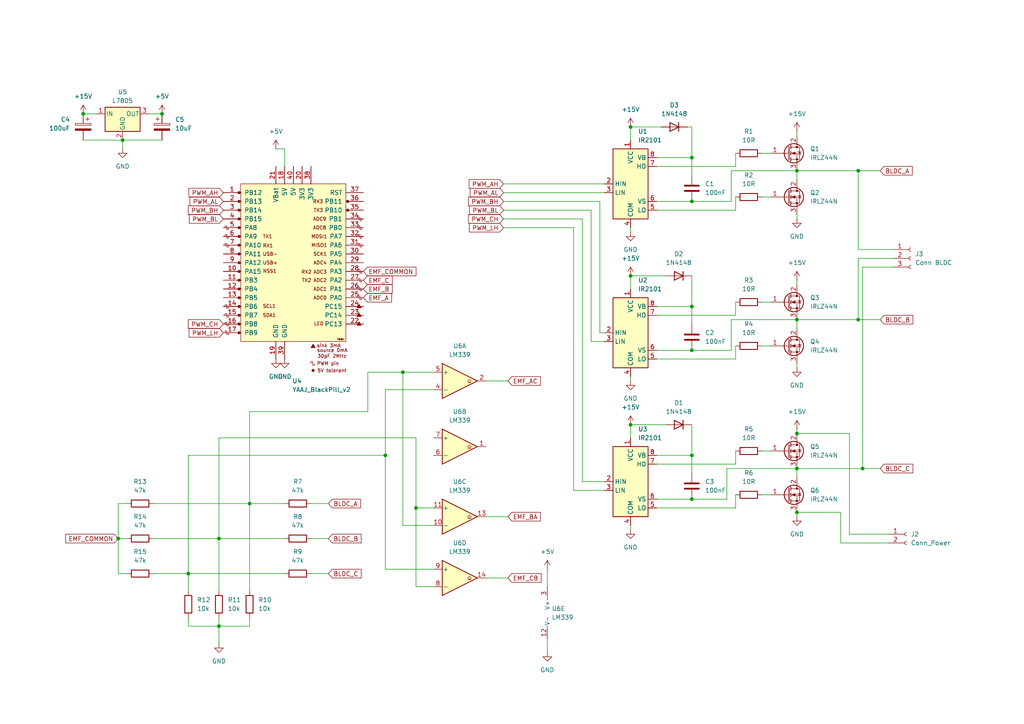
<source format=kicad_sch>
(kicad_sch (version 20250114) (generator "eeschema") (generator_version "9.0")
  (paper "A4")
  (lib_symbols
    (symbol "Comparator:LM339" (pin_names (offset 0.127))
      (property "Reference" "U" (at 0 5.08 0))
      (property "Value" "LM339" (at 0 -5.08 0))
      (symbol "LM339_1_1"
        (polyline (pts (xy -5.08 5.08) (xy 5.08 0) (xy -5.08 -5.08) (xy -5.08 5.08)) (stroke (width 0.254)) (fill (type background)))
        (polyline (pts (xy 3.302 -0.508) (xy 2.794 -0.508) (xy 3.302 0) (xy 2.794 0.508) (xy 2.286 0) (xy 2.794 -0.508) (xy 2.286 -0.508)) (stroke (width 0.127)))
        (pin input line (at -7.62 2.54 0) (length 2.54) (name "+") (number "5"))
        (pin input line (at -7.62 -2.54 0) (length 2.54) (name "-") (number "4"))
        (pin open_collector line (at 7.62 0 180) (length 2.54) (name "~") (number "2"))
      )
      (symbol "LM339_2_1"
        (polyline (pts (xy -5.08 5.08) (xy 5.08 0) (xy -5.08 -5.08) (xy -5.08 5.08)) (stroke (width 0.254)) (fill (type background)))
        (polyline (pts (xy 3.302 -0.508) (xy 2.794 -0.508) (xy 3.302 0) (xy 2.794 0.508) (xy 2.286 0) (xy 2.794 -0.508) (xy 2.286 -0.508)) (stroke (width 0.127)))
        (pin input line (at -7.62 2.54 0) (length 2.54) (name "+") (number "7"))
        (pin input line (at -7.62 -2.54 0) (length 2.54) (name "-") (number "6"))
        (pin open_collector line (at 7.62 0 180) (length 2.54) (name "~") (number "1"))
      )
      (symbol "LM339_3_1"
        (polyline (pts (xy -5.08 5.08) (xy 5.08 0) (xy -5.08 -5.08) (xy -5.08 5.08)) (stroke (width 0.254)) (fill (type background)))
        (polyline (pts (xy 3.302 -0.508) (xy 2.794 -0.508) (xy 3.302 0) (xy 2.794 0.508) (xy 2.286 0) (xy 2.794 -0.508) (xy 2.286 -0.508)) (stroke (width 0.127)))
        (pin input line (at -7.62 2.54 0) (length 2.54) (name "+") (number "11"))
        (pin input line (at -7.62 -2.54 0) (length 2.54) (name "-") (number "10"))
        (pin open_collector line (at 7.62 0 180) (length 2.54) (name "~") (number "13"))
      )
      (symbol "LM339_4_1"
        (polyline (pts (xy -5.08 5.08) (xy 5.08 0) (xy -5.08 -5.08) (xy -5.08 5.08)) (stroke (width 0.254)) (fill (type background)))
        (polyline (pts (xy 3.302 -0.508) (xy 2.794 -0.508) (xy 3.302 0) (xy 2.794 0.508) (xy 2.286 0) (xy 2.794 -0.508) (xy 2.286 -0.508)) (stroke (width 0.127)))
        (pin input line (at -7.62 2.54 0) (length 2.54) (name "+") (number "9"))
        (pin input line (at -7.62 -2.54 0) (length 2.54) (name "-") (number "8"))
        (pin open_collector line (at 7.62 0 180) (length 2.54) (name "~") (number "14"))
      )
      (symbol "LM339_5_1"
        (pin power_in line (at -2.54 7.62 270) (length 3.81) (name "V+") (number "3"))
        (pin power_in line (at -2.54 -7.62 90) (length 3.81) (name "V-") (number "12"))
      )
    )
    (symbol "Connector:Conn_01x02_Socket" (pin_names (offset 1.016) (hide yes))
      (property "Reference" "J" (at 0 2.54 0))
      (property "Value" "Conn_01x02_Socket" (at 0 -5.08 0))
      (symbol "Conn_01x02_Socket_1_1"
        (polyline (pts (xy -1.27 0) (xy -0.508 0)) (stroke (width 0.1524)))
        (polyline (pts (xy -1.27 -2.54) (xy -0.508 -2.54)) (stroke (width 0.1524)))
        (arc (start 0 -0.508) (mid -0.5058 0) (end 0 0.508) (stroke (width 0.1524)))
        (arc (start 0 -3.048) (mid -0.5058 -2.54) (end 0 -2.032) (stroke (width 0.1524)))
        (pin passive line (at -5.08 0 0) (length 3.81) (name "Pin_1") (number "1"))
        (pin passive line (at -5.08 -2.54 0) (length 3.81) (name "Pin_2") (number "2"))
      )
    )
    (symbol "Connector:Conn_01x03_Socket" (pin_names (offset 1.016) (hide yes))
      (property "Reference" "J" (at 0 5.08 0))
      (property "Value" "Conn_01x03_Socket" (at 0 -5.08 0))
      (symbol "Conn_01x03_Socket_1_1"
        (polyline (pts (xy -1.27 2.54) (xy -0.508 2.54)) (stroke (width 0.1524)))
        (polyline (pts (xy -1.27 0) (xy -0.508 0)) (stroke (width 0.1524)))
        (polyline (pts (xy -1.27 -2.54) (xy -0.508 -2.54)) (stroke (width 0.1524)))
        (arc (start 0 2.032) (mid -0.5058 2.54) (end 0 3.048) (stroke (width 0.1524)))
        (arc (start 0 -0.508) (mid -0.5058 0) (end 0 0.508) (stroke (width 0.1524)))
        (arc (start 0 -3.048) (mid -0.5058 -2.54) (end 0 -2.032) (stroke (width 0.1524)))
        (pin passive line (at -5.08 2.54 0) (length 3.81) (name "Pin_1") (number "1"))
        (pin passive line (at -5.08 0 0) (length 3.81) (name "Pin_2") (number "2"))
        (pin passive line (at -5.08 -2.54 0) (length 3.81) (name "Pin_3") (number "3"))
      )
    )
    (symbol "Device:C" (pin_numbers (hide yes)) (pin_names (offset 0.254))
      (property "Reference" "C" (at 0.635 2.54 0))
      (property "Value" "C" (at 0.635 -2.54 0))
      (symbol "C_0_1"
        (polyline (pts (xy -2.032 0.762) (xy 2.032 0.762)) (stroke (width 0.508)))
        (polyline (pts (xy -2.032 -0.762) (xy 2.032 -0.762)) (stroke (width 0.508)))
      )
      (symbol "C_1_1"
        (pin passive line (at 0 3.81 270) (length 2.794) (name "~") (number "1"))
        (pin passive line (at 0 -3.81 90) (length 2.794) (name "~") (number "2"))
      )
    )
    (symbol "Device:C_Polarized" (pin_numbers (hide yes)) (pin_names (offset 0.254))
      (property "Reference" "C" (at 0.635 2.54 0))
      (property "Value" "C_Polarized" (at 0.635 -2.54 0))
      (symbol "C_Polarized_0_1"
        (rectangle (start -2.286 0.508) (end 2.286 1.016))
        (polyline (pts (xy -1.778 2.286) (xy -0.762 2.286)))
        (polyline (pts (xy -1.27 2.794) (xy -1.27 1.778)))
        (rectangle (start 2.286 -0.508) (end -2.286 -1.016) (fill (type outline)))
      )
      (symbol "C_Polarized_1_1"
        (pin passive line (at 0 3.81 270) (length 2.794) (name "~") (number "1"))
        (pin passive line (at 0 -3.81 90) (length 2.794) (name "~") (number "2"))
      )
    )
    (symbol "Device:R" (pin_numbers (hide yes)) (pin_names (offset 0))
      (property "Reference" "R" (at 2.032 0 90))
      (property "Value" "R" (at 0 0 90))
      (symbol "R_0_1"
        (rectangle (start -1.016 -2.54) (end 1.016 2.54) (stroke (width 0.254)))
      )
      (symbol "R_1_1"
        (pin passive line (at 0 3.81 270) (length 1.27) (name "~") (number "1"))
        (pin passive line (at 0 -3.81 90) (length 1.27) (name "~") (number "2"))
      )
    )
    (symbol "Diode:1N4148" (pin_numbers (hide yes)) (pin_names (hide yes))
      (property "Reference" "D" (at 0 2.54 0))
      (property "Value" "1N4148" (at 0 -2.54 0))
      (symbol "1N4148_0_1"
        (polyline (pts (xy -1.27 1.27) (xy -1.27 -1.27)) (stroke (width 0.254)))
        (polyline (pts (xy 1.27 1.27) (xy 1.27 -1.27) (xy -1.27 0) (xy 1.27 1.27)) (stroke (width 0.254)))
        (polyline (pts (xy 1.27 0) (xy -1.27 0)))
      )
      (symbol "1N4148_1_1"
        (pin passive line (at -3.81 0 0) (length 2.54) (name "K") (number "1"))
        (pin passive line (at 3.81 0 180) (length 2.54) (name "A") (number "2"))
      )
    )
    (symbol "Driver_FET:IR2101"
      (property "Reference" "U" (at 1.27 13.335 0))
      (property "Value" "IR2101" (at 1.27 11.43 0))
      (symbol "IR2101_0_1"
        (rectangle (start -5.08 -10.16) (end 5.08 10.16) (stroke (width 0.254)) (fill (type background)))
      )
      (symbol "IR2101_1_1"
        (pin input line (at -7.62 0 0) (length 2.54) (name "HIN") (number "2"))
        (pin input line (at -7.62 -2.54 0) (length 2.54) (name "LIN") (number "3"))
        (pin power_in line (at 0 12.7 270) (length 2.54) (name "VCC") (number "1"))
        (pin power_in line (at 0 -12.7 90) (length 2.54) (name "COM") (number "4"))
        (pin passive line (at 7.62 7.62 180) (length 2.54) (name "VB") (number "8"))
        (pin output line (at 7.62 5.08 180) (length 2.54) (name "HO") (number "7"))
        (pin passive line (at 7.62 -5.08 180) (length 2.54) (name "VS") (number "6"))
        (pin output line (at 7.62 -7.62 180) (length 2.54) (name "LO") (number "5"))
      )
    )
    (symbol "Regulator_Linear:L7805" (pin_names (offset 0.254))
      (property "Reference" "U" (at -3.81 3.175 0))
      (property "Value" "L7805" (at 0 3.175 0))
      (symbol "L7805_0_1"
        (rectangle (start -5.08 1.905) (end 5.08 -5.08) (stroke (width 0.254)) (fill (type background)))
      )
      (symbol "L7805_1_1"
        (pin power_in line (at -7.62 0 0) (length 2.54) (name "IN") (number "1"))
        (pin power_in line (at 0 -7.62 90) (length 2.54) (name "GND") (number "2"))
        (pin power_out line (at 7.62 0 180) (length 2.54) (name "OUT") (number "3"))
      )
    )
    (symbol "Transistor_FET:IRLZ44N" (pin_names (hide yes))
      (property "Reference" "Q" (at 5.08 1.905 0))
      (property "Value" "IRLZ44N" (at 5.08 0 0))
      (symbol "IRLZ44N_0_1"
        (polyline (pts (xy 0.254 1.905) (xy 0.254 -1.905)) (stroke (width 0.254)))
        (polyline (pts (xy 0.254 0) (xy -2.54 0)))
        (polyline (pts (xy 0.762 2.286) (xy 0.762 1.27)) (stroke (width 0.254)))
        (polyline (pts (xy 0.762 0.508) (xy 0.762 -0.508)) (stroke (width 0.254)))
        (polyline (pts (xy 0.762 -1.27) (xy 0.762 -2.286)) (stroke (width 0.254)))
        (polyline (pts (xy 0.762 -1.778) (xy 3.302 -1.778) (xy 3.302 1.778) (xy 0.762 1.778)))
        (polyline (pts (xy 1.016 0) (xy 2.032 0.381) (xy 2.032 -0.381) (xy 1.016 0)) (fill (type outline)))
        (circle (center 1.651 0) (radius 2.794) (stroke (width 0.254)))
        (polyline (pts (xy 2.54 2.54) (xy 2.54 1.778)))
        (circle (center 2.54 1.778) (radius 0.254) (fill (type outline)))
        (circle (center 2.54 -1.778) (radius 0.254) (fill (type outline)))
        (polyline (pts (xy 2.54 -2.54) (xy 2.54 0) (xy 0.762 0)))
        (polyline (pts (xy 2.794 0.508) (xy 2.921 0.381) (xy 3.683 0.381) (xy 3.81 0.254)))
        (polyline (pts (xy 3.302 0.381) (xy 2.921 -0.254) (xy 3.683 -0.254) (xy 3.302 0.381)))
      )
      (symbol "IRLZ44N_1_1"
        (pin input line (at -5.08 0 0) (length 2.54) (name "G") (number "1"))
        (pin passive line (at 2.54 5.08 270) (length 2.54) (name "D") (number "2"))
        (pin passive line (at 2.54 -5.08 90) (length 2.54) (name "S") (number "3"))
      )
    )
    (symbol "YAAJ_BluePill:YAAJ_BlackPill_v2" (pin_names (offset 1.016))
      (property "Reference" "U" (at -13.97 24.13 0))
      (property "Value" "YAAJ_BlackPill_v2" (at 0 6.35 90))
      (symbol "YAAJ_BlackPill_v2_0_0"
        (circle (center -15.748 20.32) (radius 0.3556) (fill (type outline)))
        (circle (center -15.748 15.24) (radius 0.3556) (fill (type outline)))
        (circle (center -15.748 12.7) (radius 0.3556) (fill (type outline)))
        (circle (center -15.748 10.16) (radius 0.3556) (fill (type outline)))
        (circle (center -15.748 7.62) (radius 0.3556) (fill (type outline)))
        (circle (center -15.748 5.08) (radius 0.3556) (fill (type outline)))
        (circle (center -15.748 2.54) (radius 0.3556) (fill (type outline)))
        (circle (center -15.748 0) (radius 0.3556) (fill (type outline)))
        (circle (center -15.748 -2.54) (radius 0.3556) (fill (type outline)))
        (circle (center -15.748 -5.08) (radius 0.3556) (fill (type outline)))
        (circle (center -15.748 -7.62) (radius 0.3556) (fill (type outline)))
        (circle (center -15.748 -10.16) (radius 0.3556) (fill (type outline)))
        (circle (center -15.748 -12.7) (radius 0.3556) (fill (type outline)))
        (circle (center -15.748 -15.24) (radius 0.3556) (fill (type outline)))
        (circle (center -15.748 -17.78) (radius 0.3556) (fill (type outline)))
        (circle (center -15.748 -20.32) (radius 0.3556) (fill (type outline)))
        (polyline (pts (xy 5.08 -24.638) (xy 5.715 -23.622) (xy 6.35 -24.638) (xy 5.08 -24.638) (xy 5.715 -23.749) (xy 6.223 -24.638) (xy 5.207 -24.511) (xy 5.715 -23.876) (xy 6.096 -24.638) (xy 5.334 -24.384) (xy 5.842 -24.003) (xy 5.969 -24.638) (xy 5.461 -24.257) (xy 5.969 -24.13) (xy 5.842 -24.511) (xy 5.588 -24.257) (xy 5.842 -24.384) (xy 5.715 -24.13)))
        (circle (center 5.715 -31.242) (radius 0.127) (fill (type outline)))
        (circle (center 5.715 -31.242) (radius 0.254))
        (circle (center 5.715 -31.242) (radius 0.3556))
        (circle (center 15.748 17.78) (radius 0.254) (fill (type outline)))
        (circle (center 15.748 17.78) (radius 0.3556))
        (circle (center 15.748 15.24) (radius 0.254) (fill (type outline)))
        (circle (center 15.748 15.24) (radius 0.3556))
        (polyline (pts (xy 18.415 -13.081) (xy 19.05 -12.065) (xy 19.685 -13.081) (xy 18.415 -13.081) (xy 19.05 -12.192) (xy 19.558 -13.081) (xy 18.542 -12.954) (xy 19.05 -12.319) (xy 19.431 -13.081) (xy 18.669 -12.827) (xy 19.177 -12.446) (xy 19.304 -13.081) (xy 18.796 -12.7) (xy 19.304 -12.573) (xy 19.177 -12.954) (xy 18.923 -12.7) (xy 19.177 -12.827) (xy 19.05 -12.573)))
        (polyline (pts (xy 18.415 -15.621) (xy 19.05 -14.605) (xy 19.685 -15.621) (xy 18.415 -15.621) (xy 19.05 -14.732) (xy 19.558 -15.621) (xy 18.542 -15.494) (xy 19.05 -14.859) (xy 19.431 -15.621) (xy 18.669 -15.367) (xy 19.177 -14.986) (xy 19.304 -15.621) (xy 18.796 -15.24) (xy 19.304 -15.113) (xy 19.177 -15.494) (xy 18.923 -15.24) (xy 19.177 -15.367) (xy 19.05 -15.113)))
        (polyline (pts (xy 18.415 -18.161) (xy 19.05 -17.145) (xy 19.685 -18.161) (xy 18.415 -18.161) (xy 19.05 -17.272) (xy 19.558 -18.161) (xy 18.542 -18.034) (xy 19.05 -17.399) (xy 19.431 -18.161) (xy 18.669 -17.907) (xy 19.177 -17.526) (xy 19.304 -18.161) (xy 18.796 -17.78) (xy 19.304 -17.653) (xy 19.177 -18.034) (xy 18.923 -17.78) (xy 19.177 -17.907) (xy 19.05 -17.653)))
        (text "TX1" (at -7.493 7.62 0) (effects (font (size 0.9906 0.9906))))
        (text "RX1" (at -7.366 4.953 0) (effects (font (size 0.9906 0.9906))))
        (text "SCL1" (at -6.985 -12.573 0) (effects (font (size 0.9906 0.9906))))
        (text "SDA1" (at -6.985 -15.24 0) (effects (font (size 0.9906 0.9906))))
        (text "NSS1" (at -6.858 -2.413 0) (effects (font (size 0.9906 0.9906))))
        (text "USB-" (at -6.731 2.54 0) (effects (font (size 0.9906 0.9906))))
        (text "USB+" (at -6.731 0 0) (effects (font (size 0.9906 0.9906))))
        (text "RX2" (at 3.81 -2.667 0) (effects (font (size 0.9906 0.9906))))
        (text "TX2" (at 3.81 -5.08 0) (effects (font (size 0.9906 0.9906))))
        (text "RX3" (at 7.112 17.78 0) (effects (font (size 0.9906 0.9906))))
        (text "TX3" (at 7.239 15.24 0) (effects (font (size 0.9906 0.9906))))
        (text "LED" (at 7.366 -17.653 0) (effects (font (size 0.9906 0.9906))))
        (text "MOSI1" (at 7.493 7.62 0) (effects (font (size 0.9906 0.9906))))
        (text "MISO1" (at 7.493 5.08 0) (effects (font (size 0.9906 0.9906))))
        (text "ADC9" (at 7.62 12.7 0) (effects (font (size 0.9906 0.9906))))
        (text "ADC8" (at 7.62 10.16 0) (effects (font (size 0.9906 0.9906))))
        (text "SCK1" (at 7.747 2.54 0) (effects (font (size 0.9906 0.9906))))
        (text "ADC4" (at 7.747 0 0) (effects (font (size 0.9906 0.9906))))
        (text "ADC3" (at 7.747 -2.667 0) (effects (font (size 0.9906 0.9906))))
        (text "ADC2" (at 7.747 -5.08 0) (effects (font (size 0.9906 0.9906))))
        (text "ADC1" (at 7.747 -7.62 0) (effects (font (size 0.9906 0.9906))))
        (text "ADC0" (at 7.747 -10.16 0) (effects (font (size 0.9906 0.9906))))
        (text "PWM pin" (at 10.033 -29.21 0) (effects (font (size 0.9906 0.9906))))
        (text "sink 3mA" (at 10.287 -24.003 0) (effects (font (size 0.9906 0.9906))))
        (text "30pF 2MHz" (at 11.176 -27.051 0) (effects (font (size 0.9906 0.9906))))
        (text "5V tolerant" (at 11.176 -31.242 0) (effects (font (size 0.9906 0.9906))))
        (text "source 0mA" (at 11.303 -25.4 0) (effects (font (size 0.9906 0.9906))))
        (text "Y@@J" (at 13.6906 -22.1488 0) (effects (font (size 0.508 0.508))))
      )
      (symbol "YAAJ_BlackPill_v2_0_1"
        (polyline (pts (xy -18.796 10.16) (xy -18.796 9.652) (xy -19.304 9.652) (xy -19.304 10.668) (xy -19.812 10.668) (xy -19.812 10.16)))
        (polyline (pts (xy -18.796 7.62) (xy -18.796 7.112) (xy -19.304 7.112) (xy -19.304 8.128) (xy -19.812 8.128) (xy -19.812 7.62)))
        (polyline (pts (xy -18.796 5.08) (xy -18.796 4.572) (xy -19.304 4.572) (xy -19.304 5.588) (xy -19.812 5.588) (xy -19.812 5.08)))
        (polyline (pts (xy -18.796 -12.7) (xy -18.796 -13.208) (xy -19.304 -13.208) (xy -19.304 -12.192) (xy -19.812 -12.192) (xy -19.812 -12.7)))
        (polyline (pts (xy -18.796 -15.24) (xy -18.796 -15.748) (xy -19.304 -15.748) (xy -19.304 -14.732) (xy -19.812 -14.732) (xy -19.812 -15.24)))
        (polyline (pts (xy -18.796 -17.78) (xy -18.796 -18.288) (xy -19.304 -18.288) (xy -19.304 -17.272) (xy -19.812 -17.272) (xy -19.812 -17.78)))
        (polyline (pts (xy -18.796 -20.32) (xy -18.796 -20.828) (xy -19.304 -20.828) (xy -19.304 -19.812) (xy -19.812 -19.812) (xy -19.812 -20.32)))
        (rectangle (start -15.24 22.86) (end 15.24 -22.86) (fill (type background)))
        (polyline (pts (xy 6.096 -29.21) (xy 6.096 -29.718) (xy 5.588 -29.718) (xy 5.588 -28.702) (xy 5.08 -28.702) (xy 5.08 -29.21)))
        (polyline (pts (xy 19.812 12.7) (xy 19.812 12.192) (xy 19.304 12.192) (xy 19.304 13.208) (xy 18.796 13.208) (xy 18.796 12.7)))
        (polyline (pts (xy 19.812 10.16) (xy 19.812 9.652) (xy 19.304 9.652) (xy 19.304 10.668) (xy 18.796 10.668) (xy 18.796 10.16)))
        (polyline (pts (xy 19.812 7.62) (xy 19.812 7.112) (xy 19.304 7.112) (xy 19.304 8.128) (xy 18.796 8.128) (xy 18.796 7.62)))
        (polyline (pts (xy 19.812 5.08) (xy 19.812 4.572) (xy 19.304 4.572) (xy 19.304 5.588) (xy 18.796 5.588) (xy 18.796 5.08)))
        (polyline (pts (xy 19.812 -2.54) (xy 19.812 -3.048) (xy 19.304 -3.048) (xy 19.304 -2.032) (xy 18.796 -2.032) (xy 18.796 -2.54)))
        (polyline (pts (xy 19.812 -5.08) (xy 19.812 -5.588) (xy 19.304 -5.588) (xy 19.304 -4.572) (xy 18.796 -4.572) (xy 18.796 -5.08)))
        (polyline (pts (xy 19.812 -7.62) (xy 19.812 -8.128) (xy 19.304 -8.128) (xy 19.304 -7.112) (xy 18.796 -7.112) (xy 18.796 -7.62)))
        (polyline (pts (xy 19.812 -10.16) (xy 19.812 -10.668) (xy 19.304 -10.668) (xy 19.304 -9.652) (xy 18.796 -9.652) (xy 18.796 -10.16)))
      )
      (symbol "YAAJ_BlackPill_v2_1_1"
        (circle (center -15.748 17.78) (radius 0.3556) (fill (type outline)))
        (pin bidirectional line (at -20.32 20.32 0) (length 5.08) (name "PB12") (number "1"))
        (pin bidirectional line (at -20.32 17.78 0) (length 5.08) (name "PB13") (number "2"))
        (pin bidirectional line (at -20.32 15.24 0) (length 5.08) (name "PB14") (number "3"))
        (pin bidirectional line (at -20.32 12.7 0) (length 5.08) (name "PB15") (number "4"))
        (pin bidirectional line (at -20.32 10.16 0) (length 5.08) (name "PA8") (number "5"))
        (pin bidirectional line (at -20.32 7.62 0) (length 5.08) (name "PA9") (number "6"))
        (pin bidirectional line (at -20.32 5.08 0) (length 5.08) (name "PA10") (number "7"))
        (pin bidirectional line (at -20.32 2.54 0) (length 5.08) (name "PA11") (number "8"))
        (pin bidirectional line (at -20.32 0 0) (length 5.08) (name "PA12") (number "9"))
        (pin bidirectional line (at -20.32 -2.54 0) (length 5.08) (name "PA15") (number "10"))
        (pin bidirectional line (at -20.32 -5.08 0) (length 5.08) (name "PB3") (number "11"))
        (pin bidirectional line (at -20.32 -7.62 0) (length 5.08) (name "PB4") (number "12"))
        (pin bidirectional line (at -20.32 -10.16 0) (length 5.08) (name "PB5") (number "13"))
        (pin bidirectional line (at -20.32 -12.7 0) (length 5.08) (name "PB6") (number "14"))
        (pin bidirectional line (at -20.32 -15.24 0) (length 5.08) (name "PB7") (number "15"))
        (pin bidirectional line (at -20.32 -17.78 0) (length 5.08) (name "PB8") (number "16"))
        (pin bidirectional line (at -20.32 -20.32 0) (length 5.08) (name "PB9") (number "17"))
        (pin power_in line (at -5.08 27.94 270) (length 5.08) (name "VBat") (number "21"))
        (pin power_in line (at -5.08 -27.94 90) (length 5.08) (name "GND") (number "19"))
        (pin power_in line (at -2.54 27.94 270) (length 5.08) (name "5V") (number "18"))
        (pin power_in line (at -2.54 -27.94 90) (length 5.08) (name "GND") (number "39"))
        (pin power_in line (at 0 27.94 270) (length 5.08) (name "5V") (number "40"))
        (pin power_in line (at 2.54 27.94 270) (length 5.08) (name "3V3") (number "20"))
        (pin power_in line (at 5.08 27.94 270) (length 5.08) (name "3V3") (number "38"))
        (pin input line (at 20.32 20.32 180) (length 5.08) (name "RST") (number "37"))
        (pin bidirectional line (at 20.32 17.78 180) (length 5.08) (name "PB11") (number "36"))
        (pin bidirectional line (at 20.32 15.24 180) (length 5.08) (name "PB10") (number "35"))
        (pin bidirectional line (at 20.32 12.7 180) (length 5.08) (name "PB1") (number "34"))
        (pin bidirectional line (at 20.32 10.16 180) (length 5.08) (name "PB0") (number "33"))
        (pin bidirectional line (at 20.32 7.62 180) (length 5.08) (name "PA7") (number "32"))
        (pin bidirectional line (at 20.32 5.08 180) (length 5.08) (name "PA6") (number "31"))
        (pin bidirectional line (at 20.32 2.54 180) (length 5.08) (name "PA5") (number "30"))
        (pin bidirectional line (at 20.32 0 180) (length 5.08) (name "PA4") (number "29"))
        (pin bidirectional line (at 20.32 -2.54 180) (length 5.08) (name "PA3") (number "28"))
        (pin bidirectional line (at 20.32 -5.08 180) (length 5.08) (name "PA2") (number "27"))
        (pin bidirectional line (at 20.32 -7.62 180) (length 5.08) (name "PA1") (number "26"))
        (pin bidirectional line (at 20.32 -10.16 180) (length 5.08) (name "PA0") (number "25"))
        (pin bidirectional line (at 20.32 -12.7 180) (length 5.08) (name "PC15") (number "24"))
        (pin bidirectional line (at 20.32 -15.24 180) (length 5.08) (name "PC14") (number "23"))
        (pin bidirectional line (at 20.32 -17.78 180) (length 5.08) (name "PC13") (number "22"))
      )
    )
    (symbol "power:+15V" (power) (pin_numbers (hide yes)) (pin_names (offset 0) (hide yes))
      (property "Value" "+15V" (at 0 3.556 0))
      (symbol "+15V_0_1"
        (polyline (pts (xy -0.762 1.27) (xy 0 2.54)))
        (polyline (pts (xy 0 2.54) (xy 0.762 1.27)))
        (polyline (pts (xy 0 0) (xy 0 2.54)))
      )
      (symbol "+15V_1_1"
        (pin power_in line (at 0 0 90) (length 0) (name "~") (number "1"))
      )
    )
    (symbol "power:+5V" (power) (pin_numbers (hide yes)) (pin_names (offset 0) (hide yes))
      (property "Value" "+5V" (at 0 3.556 0))
      (symbol "+5V_0_1"
        (polyline (pts (xy -0.762 1.27) (xy 0 2.54)))
        (polyline (pts (xy 0 2.54) (xy 0.762 1.27)))
        (polyline (pts (xy 0 0) (xy 0 2.54)))
      )
      (symbol "+5V_1_1"
        (pin power_in line (at 0 0 90) (length 0) (name "~") (number "1"))
      )
    )
    (symbol "power:GND" (power) (pin_numbers (hide yes)) (pin_names (offset 0) (hide yes))
      (property "Value" "GND" (at 0 -3.81 0))
      (symbol "GND_0_1"
        (polyline (pts (xy 0 0) (xy 0 -1.27) (xy 1.27 -1.27) (xy 0 -2.54) (xy -1.27 -1.27) (xy 0 -1.27)))
      )
      (symbol "GND_1_1"
        (pin power_in line (at 0 0 270) (length 0) (name "~") (number "1"))
      )
    )
  )
  (junction (at 231.14 49.53))
  (junction (at 72.39 146.05))
  (junction (at 63.5 156.21))
  (junction (at 200.66 88.9))
  (junction (at 116.84 107.95))
  (junction (at 63.5 181.61))
  (junction (at 34.29 156.21))
  (junction (at 35.56 40.64))
  (junction (at 182.88 123.19))
  (junction (at 182.88 36.83))
  (junction (at 54.61 166.37))
  (junction (at 200.66 144.78))
  (junction (at 200.66 45.72))
  (junction (at 248.92 92.71))
  (junction (at 46.99 33.02))
  (junction (at 231.14 148.59))
  (junction (at 231.14 135.89))
  (junction (at 182.88 80.01))
  (junction (at 231.14 92.71))
  (junction (at 200.66 101.6))
  (junction (at 250.19 135.89))
  (junction (at 200.66 132.08))
  (junction (at 111.76 132.08))
  (junction (at 231.14 125.73))
  (junction (at 24.13 33.02))
  (junction (at 248.92 49.53))
  (junction (at 200.66 58.42))
  (junction (at 120.65 147.32))
  (wire (pts (xy 190.5 144.78) (xy 200.66 144.78)))
  (wire (pts (xy 200.66 132.08) (xy 200.66 137.16)))
  (wire (pts (xy 190.5 58.42) (xy 200.66 58.42)))
  (wire (pts (xy 220.98 100.33) (xy 223.52 100.33)))
  (wire (pts (xy 63.5 186.69) (xy 63.5 181.61)))
  (wire (pts (xy 220.98 87.63) (xy 223.52 87.63)))
  (wire (pts (xy 231.14 125.73) (xy 246.38 125.73)))
  (wire (pts (xy 90.17 166.37) (xy 95.25 166.37)))
  (wire (pts (xy 200.66 45.72) (xy 200.66 50.8)))
  (wire (pts (xy 35.56 40.64) (xy 46.99 40.64)))
  (wire (pts (xy 190.5 91.44) (xy 213.36 91.44)))
  (wire (pts (xy 220.98 130.81) (xy 223.52 130.81)))
  (wire (pts (xy 54.61 132.08) (xy 54.61 166.37)))
  (wire (pts (xy 182.88 80.01) (xy 182.88 83.82)))
  (wire (pts (xy 213.36 57.15) (xy 213.36 60.96)))
  (wire (pts (xy 44.45 166.37) (xy 54.61 166.37)))
  (wire (pts (xy 120.65 127) (xy 120.65 147.32)))
  (wire (pts (xy 248.92 92.71) (xy 255.27 92.71)))
  (wire (pts (xy 231.14 135.89) (xy 250.19 135.89)))
  (wire (pts (xy 72.39 146.05) (xy 72.39 171.45)))
  (wire (pts (xy 231.14 49.53) (xy 212.09 49.53)))
  (wire (pts (xy 220.98 143.51) (xy 223.52 143.51)))
  (wire (pts (xy 140.97 167.64) (xy 147.32 167.64)))
  (wire (pts (xy 140.97 149.86) (xy 147.32 149.86)))
  (wire (pts (xy 24.13 40.64) (xy 35.56 40.64)))
  (wire (pts (xy 246.38 154.94) (xy 257.81 154.94)))
  (wire (pts (xy 182.88 109.22) (xy 182.88 110.49)))
  (wire (pts (xy 63.5 181.61) (xy 72.39 181.61)))
  (wire (pts (xy 146.05 63.5) (xy 168.91 63.5)))
  (wire (pts (xy 90.17 156.21) (xy 95.25 156.21)))
  (wire (pts (xy 44.45 156.21) (xy 63.5 156.21)))
  (wire (pts (xy 190.5 134.62) (xy 213.36 134.62)))
  (wire (pts (xy 200.66 101.6) (xy 212.09 101.6)))
  (wire (pts (xy 111.76 132.08) (xy 54.61 132.08)))
  (wire (pts (xy 182.88 36.83) (xy 191.77 36.83)))
  (wire (pts (xy 111.76 132.08) (xy 111.76 113.03)))
  (wire (pts (xy 54.61 179.07) (xy 54.61 181.61)))
  (wire (pts (xy 182.88 123.19) (xy 182.88 127)))
  (wire (pts (xy 116.84 107.95) (xy 116.84 152.4)))
  (wire (pts (xy 34.29 166.37) (xy 36.83 166.37)))
  (wire (pts (xy 35.56 40.64) (xy 35.56 43.18)))
  (wire (pts (xy 231.14 124.46) (xy 231.14 125.73)))
  (wire (pts (xy 72.39 181.61) (xy 72.39 179.07)))
  (wire (pts (xy 175.26 96.52) (xy 173.99 96.52)))
  (wire (pts (xy 63.5 156.21) (xy 63.5 171.45)))
  (wire (pts (xy 158.75 165.1) (xy 158.75 170.18)))
  (wire (pts (xy 231.14 81.28) (xy 231.14 82.55)))
  (wire (pts (xy 106.68 119.38) (xy 72.39 119.38)))
  (wire (pts (xy 190.5 60.96) (xy 213.36 60.96)))
  (wire (pts (xy 250.19 77.47) (xy 259.08 77.47)))
  (wire (pts (xy 243.84 148.59) (xy 243.84 157.48)))
  (wire (pts (xy 248.92 49.53) (xy 255.27 49.53)))
  (wire (pts (xy 212.09 101.6) (xy 212.09 92.71)))
  (wire (pts (xy 54.61 166.37) (xy 82.55 166.37)))
  (wire (pts (xy 182.88 36.83) (xy 182.88 40.64)))
  (wire (pts (xy 231.14 105.41) (xy 231.14 106.68)))
  (wire (pts (xy 231.14 135.89) (xy 231.14 138.43)))
  (wire (pts (xy 168.91 63.5) (xy 168.91 139.7)))
  (wire (pts (xy 111.76 113.03) (xy 125.73 113.03)))
  (wire (pts (xy 248.92 92.71) (xy 248.92 74.93)))
  (wire (pts (xy 125.73 165.1) (xy 111.76 165.1)))
  (wire (pts (xy 106.68 107.95) (xy 106.68 119.38)))
  (wire (pts (xy 200.66 144.78) (xy 210.82 144.78)))
  (wire (pts (xy 63.5 127) (xy 120.65 127)))
  (wire (pts (xy 190.5 101.6) (xy 200.66 101.6)))
  (wire (pts (xy 182.88 80.01) (xy 193.04 80.01)))
  (wire (pts (xy 173.99 58.42) (xy 146.05 58.42)))
  (wire (pts (xy 231.14 92.71) (xy 231.14 95.25)))
  (wire (pts (xy 166.37 142.24) (xy 166.37 66.04)))
  (wire (pts (xy 182.88 123.19) (xy 193.04 123.19)))
  (wire (pts (xy 248.92 49.53) (xy 248.92 72.39)))
  (wire (pts (xy 213.36 147.32) (xy 213.36 143.51)))
  (wire (pts (xy 210.82 135.89) (xy 231.14 135.89)))
  (wire (pts (xy 116.84 152.4) (xy 125.73 152.4)))
  (wire (pts (xy 190.5 48.26) (xy 213.36 48.26)))
  (wire (pts (xy 72.39 119.38) (xy 72.39 146.05)))
  (wire (pts (xy 190.5 88.9) (xy 200.66 88.9)))
  (wire (pts (xy 168.91 139.7) (xy 175.26 139.7)))
  (wire (pts (xy 111.76 165.1) (xy 111.76 132.08)))
  (wire (pts (xy 44.45 146.05) (xy 72.39 146.05)))
  (wire (pts (xy 182.88 66.04) (xy 182.88 67.31)))
  (wire (pts (xy 80.01 43.18) (xy 82.55 43.18)))
  (wire (pts (xy 125.73 107.95) (xy 116.84 107.95)))
  (wire (pts (xy 171.45 99.06) (xy 175.26 99.06)))
  (wire (pts (xy 231.14 38.1) (xy 231.14 39.37)))
  (wire (pts (xy 116.84 107.95) (xy 106.68 107.95)))
  (wire (pts (xy 63.5 179.07) (xy 63.5 181.61)))
  (wire (pts (xy 90.17 146.05) (xy 95.25 146.05)))
  (wire (pts (xy 231.14 49.53) (xy 248.92 49.53)))
  (wire (pts (xy 54.61 166.37) (xy 54.61 171.45)))
  (wire (pts (xy 220.98 57.15) (xy 223.52 57.15)))
  (wire (pts (xy 166.37 66.04) (xy 146.05 66.04)))
  (wire (pts (xy 231.14 62.23) (xy 231.14 63.5)))
  (wire (pts (xy 248.92 72.39) (xy 259.08 72.39)))
  (wire (pts (xy 146.05 55.88) (xy 175.26 55.88)))
  (wire (pts (xy 231.14 148.59) (xy 231.14 149.86)))
  (wire (pts (xy 120.65 147.32) (xy 125.73 147.32)))
  (wire (pts (xy 213.36 104.14) (xy 190.5 104.14)))
  (wire (pts (xy 82.55 43.18) (xy 82.55 48.26)))
  (wire (pts (xy 120.65 170.18) (xy 125.73 170.18)))
  (wire (pts (xy 212.09 92.71) (xy 231.14 92.71)))
  (wire (pts (xy 213.36 104.14) (xy 213.36 100.33)))
  (wire (pts (xy 175.26 142.24) (xy 166.37 142.24)))
  (wire (pts (xy 36.83 146.05) (xy 34.29 146.05)))
  (wire (pts (xy 200.66 80.01) (xy 200.66 88.9)))
  (wire (pts (xy 200.66 36.83) (xy 200.66 45.72)))
  (wire (pts (xy 213.36 130.81) (xy 213.36 134.62)))
  (wire (pts (xy 199.39 36.83) (xy 200.66 36.83)))
  (wire (pts (xy 231.14 92.71) (xy 248.92 92.71)))
  (wire (pts (xy 120.65 147.32) (xy 120.65 170.18)))
  (wire (pts (xy 190.5 132.08) (xy 200.66 132.08)))
  (wire (pts (xy 250.19 135.89) (xy 255.27 135.89)))
  (wire (pts (xy 146.05 53.34) (xy 175.26 53.34)))
  (wire (pts (xy 171.45 60.96) (xy 171.45 99.06)))
  (wire (pts (xy 190.5 147.32) (xy 213.36 147.32)))
  (wire (pts (xy 246.38 125.73) (xy 246.38 154.94)))
  (wire (pts (xy 43.18 33.02) (xy 46.99 33.02)))
  (wire (pts (xy 231.14 148.59) (xy 243.84 148.59)))
  (wire (pts (xy 146.05 60.96) (xy 171.45 60.96)))
  (wire (pts (xy 63.5 156.21) (xy 63.5 127)))
  (wire (pts (xy 34.29 146.05) (xy 34.29 156.21)))
  (wire (pts (xy 200.66 58.42) (xy 212.09 58.42)))
  (wire (pts (xy 231.14 49.53) (xy 231.14 52.07)))
  (wire (pts (xy 212.09 49.53) (xy 212.09 58.42)))
  (wire (pts (xy 243.84 157.48) (xy 257.81 157.48)))
  (wire (pts (xy 158.75 185.42) (xy 158.75 189.23)))
  (wire (pts (xy 140.97 110.49) (xy 147.32 110.49)))
  (wire (pts (xy 190.5 45.72) (xy 200.66 45.72)))
  (wire (pts (xy 220.98 44.45) (xy 223.52 44.45)))
  (wire (pts (xy 213.36 91.44) (xy 213.36 87.63)))
  (wire (pts (xy 200.66 123.19) (xy 200.66 132.08)))
  (wire (pts (xy 63.5 156.21) (xy 82.55 156.21)))
  (wire (pts (xy 210.82 144.78) (xy 210.82 135.89)))
  (wire (pts (xy 34.29 156.21) (xy 36.83 156.21)))
  (wire (pts (xy 72.39 146.05) (xy 82.55 146.05)))
  (wire (pts (xy 173.99 96.52) (xy 173.99 58.42)))
  (wire (pts (xy 250.19 135.89) (xy 250.19 77.47)))
  (wire (pts (xy 182.88 152.4) (xy 182.88 153.67)))
  (wire (pts (xy 213.36 44.45) (xy 213.36 48.26)))
  (wire (pts (xy 34.29 156.21) (xy 34.29 166.37)))
  (wire (pts (xy 54.61 181.61) (xy 63.5 181.61)))
  (wire (pts (xy 24.13 33.02) (xy 27.94 33.02)))
  (wire (pts (xy 248.92 74.93) (xy 259.08 74.93)))
  (wire (pts (xy 200.66 88.9) (xy 200.66 93.98)))
  (global_label "EMF_COMMON" (shape input) (at 105.41 78.74 0) (property "Intersheetrefs" "${INTERSHEET_REFS}" (effects (hide yes))))
  (global_label "PWM_AH" (shape input) (at 64.77 55.88 180) (property "Intersheetrefs" "${INTERSHEET_REFS}" (effects (hide yes))))
  (global_label "BLDC_C" (shape input) (at 255.27 135.89 0) (property "Intersheetrefs" "${INTERSHEET_REFS}" (effects (hide yes))))
  (global_label "PWM_CH" (shape input) (at 146.05 63.5 180) (property "Intersheetrefs" "${INTERSHEET_REFS}" (effects (hide yes))))
  (global_label "EMF_C" (shape input) (at 105.41 81.28 0) (property "Intersheetrefs" "${INTERSHEET_REFS}" (effects (hide yes))))
  (global_label "BLDC_C" (shape input) (at 95.25 166.37 0) (property "Intersheetrefs" "${INTERSHEET_REFS}" (effects (hide yes))))
  (global_label "PWM_BH" (shape input) (at 146.05 58.42 180) (property "Intersheetrefs" "${INTERSHEET_REFS}" (effects (hide yes))))
  (global_label "PWM_AL" (shape input) (at 146.05 55.88 180) (property "Intersheetrefs" "${INTERSHEET_REFS}" (effects (hide yes))))
  (global_label "BLDC_B" (shape input) (at 255.27 92.71 0) (property "Intersheetrefs" "${INTERSHEET_REFS}" (effects (hide yes))))
  (global_label "PWM_AH" (shape input) (at 146.05 53.34 180) (property "Intersheetrefs" "${INTERSHEET_REFS}" (effects (hide yes))))
  (global_label "BLDC_A" (shape input) (at 255.27 49.53 0) (property "Intersheetrefs" "${INTERSHEET_REFS}" (effects (hide yes))))
  (global_label "EMF_AC" (shape input) (at 147.32 110.49 0) (property "Intersheetrefs" "${INTERSHEET_REFS}" (effects (hide yes))))
  (global_label "PWM_LH" (shape input) (at 146.05 66.04 180) (property "Intersheetrefs" "${INTERSHEET_REFS}" (effects (hide yes))))
  (global_label "PWM_CH" (shape input) (at 64.77 93.98 180) (property "Intersheetrefs" "${INTERSHEET_REFS}" (effects (hide yes))))
  (global_label "EMF_COMMON" (shape input) (at 34.29 156.21 180) (property "Intersheetrefs" "${INTERSHEET_REFS}" (effects (hide yes))))
  (global_label "PWM_BL" (shape input) (at 146.05 60.96 180) (property "Intersheetrefs" "${INTERSHEET_REFS}" (effects (hide yes))))
  (global_label "EMF_B" (shape input) (at 105.41 83.82 0) (property "Intersheetrefs" "${INTERSHEET_REFS}" (effects (hide yes))))
  (global_label "EMF_BA" (shape input) (at 147.32 149.86 0) (property "Intersheetrefs" "${INTERSHEET_REFS}" (effects (hide yes))))
  (global_label "PWM_LH" (shape input) (at 64.77 96.52 180) (property "Intersheetrefs" "${INTERSHEET_REFS}" (effects (hide yes))))
  (global_label "BLDC_B" (shape input) (at 95.25 156.21 0) (property "Intersheetrefs" "${INTERSHEET_REFS}" (effects (hide yes))))
  (global_label "PWM_BH" (shape input) (at 64.77 60.96 180) (property "Intersheetrefs" "${INTERSHEET_REFS}" (effects (hide yes))))
  (global_label "EMF_A" (shape input) (at 105.41 86.36 0) (property "Intersheetrefs" "${INTERSHEET_REFS}" (effects (hide yes))))
  (global_label "PWM_AL" (shape input) (at 64.77 58.42 180) (property "Intersheetrefs" "${INTERSHEET_REFS}" (effects (hide yes))))
  (global_label "BLDC_A" (shape input) (at 95.25 146.05 0) (property "Intersheetrefs" "${INTERSHEET_REFS}" (effects (hide yes))))
  (global_label "PWM_BL" (shape input) (at 64.77 63.5 180) (property "Intersheetrefs" "${INTERSHEET_REFS}" (effects (hide yes))))
  (global_label "EMF_CB" (shape input) (at 147.32 167.64 0) (property "Intersheetrefs" "${INTERSHEET_REFS}" (effects (hide yes))))
  (symbol (lib_id "Transistor_FET:IRLZ44N") (at 228.6 130.81 0) (unit 1)
    (property "Reference" "Q5" (at 234.95 129.5399 0) (effects (justify left)))
    (property "Value" "IRLZ44N" (at 234.95 132.0799 0) (effects (justify left)))
    (property "Footprint" "Package_TO_SOT_THT:TO-220-3_Vertical" (effects (hide yes)))
    (property "Datasheet" "http://www.irf.com/product-info/datasheets/data/irlz44n.pdf" (effects (hide yes)))
    (property "Description" "47A Id, 55V Vds, 22mOhm Rds Single N-Channel HEXFET Power MOSFET, TO-220AB" (effects (hide yes)))
  )
  (symbol (lib_id "Device:R") (at 217.17 44.45 90) (unit 1)
    (property "Reference" "R1" (at 217.17 38.1 90))
    (property "Value" "10R" (at 217.17 40.64 90))
    (property "Footprint" "Resistor_THT:R_Axial_DIN0204_L3.6mm_D1.6mm_P5.08mm_Horizontal" (effects (hide yes)))
    (property "Description" "Resistor" (effects (hide yes)))
  )
  (symbol (lib_id "Device:R") (at 72.39 175.26 0) (unit 1)
    (property "Reference" "R10" (at 74.93 173.9899 0) (effects (justify left)))
    (property "Value" "10k" (at 74.93 176.5299 0) (effects (justify left)))
    (property "Footprint" "Resistor_THT:R_Axial_DIN0204_L3.6mm_D1.6mm_P5.08mm_Horizontal" (effects (hide yes)))
    (property "Description" "Resistor" (effects (hide yes)))
  )
  (symbol (lib_id "Device:R") (at 217.17 143.51 90) (unit 1)
    (property "Reference" "R6" (at 217.17 137.16 90))
    (property "Value" "10R" (at 217.17 139.7 90))
    (property "Footprint" "Resistor_THT:R_Axial_DIN0204_L3.6mm_D1.6mm_P5.08mm_Horizontal" (effects (hide yes)))
    (property "Description" "Resistor" (effects (hide yes)))
  )
  (symbol (lib_id "Transistor_FET:IRLZ44N") (at 228.6 87.63 0) (unit 1)
    (property "Reference" "Q3" (at 234.95 86.3599 0) (effects (justify left)))
    (property "Value" "IRLZ44N" (at 234.95 88.8999 0) (effects (justify left)))
    (property "Footprint" "Package_TO_SOT_THT:TO-220-3_Vertical" (effects (hide yes)))
    (property "Datasheet" "http://www.irf.com/product-info/datasheets/data/irlz44n.pdf" (effects (hide yes)))
    (property "Description" "47A Id, 55V Vds, 22mOhm Rds Single N-Channel HEXFET Power MOSFET, TO-220AB" (effects (hide yes)))
  )
  (symbol (lib_id "power:+5V") (at 158.75 165.1 0) (unit 1)
    (property "Reference" "#PWR017" (effects (hide yes)))
    (property "Value" "+5V" (at 158.75 160.02 0))
    (property "Description" "Power symbol creates a global label with name \"+5V\"" (effects (hide yes)))
  )
  (symbol (lib_id "power:GND") (at 231.14 149.86 0) (unit 1)
    (property "Reference" "#PWR09" (effects (hide yes)))
    (property "Value" "GND" (at 231.14 154.94 0))
    (property "Description" "Power symbol creates a global label with name \"GND\" , ground" (effects (hide yes)))
  )
  (symbol (lib_id "Diode:1N4148") (at 196.85 123.19 180) (unit 1)
    (property "Reference" "D1" (at 196.85 116.84 0))
    (property "Value" "1N4148" (at 196.85 119.38 0))
    (property "Footprint" "Diode_THT:D_DO-35_SOD27_P7.62mm_Horizontal" (effects (hide yes)))
    (property "Datasheet" "https://assets.nexperia.com/documents/data-sheet/1N4148_1N4448.pdf" (effects (hide yes)))
    (property "Description" "100V 0.15A standard switching diode, DO-35" (effects (hide yes)))
    (property "Sim.Device" "D" (effects (hide yes)))
    (property "Sim.Pins" "1=K 2=A" (effects (hide yes)))
  )
  (symbol (lib_id "power:GND") (at 231.14 106.68 0) (unit 1)
    (property "Reference" "#PWR011" (effects (hide yes)))
    (property "Value" "GND" (at 231.14 111.76 0))
    (property "Description" "Power symbol creates a global label with name \"GND\" , ground" (effects (hide yes)))
  )
  (symbol (lib_id "power:GND") (at 182.88 67.31 0) (unit 1)
    (property "Reference" "#PWR05" (effects (hide yes)))
    (property "Value" "GND" (at 182.88 72.39 0))
    (property "Description" "Power symbol creates a global label with name \"GND\" , ground" (effects (hide yes)))
  )
  (symbol (lib_id "Device:R") (at 86.36 166.37 90) (unit 1)
    (property "Reference" "R9" (at 86.36 160.02 90))
    (property "Value" "47k" (at 86.36 162.56 90))
    (property "Footprint" "Resistor_THT:R_Axial_DIN0204_L3.6mm_D1.6mm_P5.08mm_Horizontal" (effects (hide yes)))
    (property "Description" "Resistor" (effects (hide yes)))
  )
  (symbol (lib_id "power:+15V") (at 182.88 36.83 0) (unit 1)
    (property "Reference" "#PWR01" (effects (hide yes)))
    (property "Value" "+15V" (at 182.88 31.75 0))
    (property "Description" "Power symbol creates a global label with name \"+15V\"" (effects (hide yes)))
  )
  (symbol (lib_id "power:GND") (at 158.75 189.23 0) (unit 1)
    (property "Reference" "#PWR021" (effects (hide yes)))
    (property "Value" "GND" (at 158.75 194.31 0))
    (property "Description" "Power symbol creates a global label with name \"GND\" , ground" (effects (hide yes)))
  )
  (symbol (lib_id "Device:R") (at 40.64 156.21 90) (unit 1)
    (property "Reference" "R14" (at 40.64 149.86 90))
    (property "Value" "47k" (at 40.64 152.4 90))
    (property "Footprint" "Resistor_THT:R_Axial_DIN0204_L3.6mm_D1.6mm_P5.08mm_Horizontal" (effects (hide yes)))
    (property "Description" "Resistor" (effects (hide yes)))
  )
  (symbol (lib_id "Device:C") (at 200.66 140.97 0) (unit 1)
    (property "Reference" "C3" (at 204.47 139.6999 0) (effects (justify left)))
    (property "Value" "100nF" (at 204.47 142.2399 0) (effects (justify left)))
    (property "Footprint" "Capacitor_THT:C_Axial_L3.8mm_D2.6mm_P7.50mm_Horizontal" (effects (hide yes)))
    (property "Description" "Unpolarized capacitor" (effects (hide yes)))
  )
  (symbol (lib_id "Regulator_Linear:L7805") (at 35.56 33.02 0) (unit 1)
    (property "Reference" "U5" (at 35.56 26.67 0))
    (property "Value" "L7805" (at 35.56 29.21 0))
    (property "Footprint" "Package_TO_SOT_THT:TO-220-3_Vertical" (effects (hide yes)))
    (property "Datasheet" "http://www.st.com/content/ccc/resource/technical/document/datasheet/41/4f/b3/b0/12/d4/47/88/CD00000444.pdf/files/CD00000444.pdf/jcr:content/translations/en.CD00000444.pdf" (effects (hide yes)))
    (property "Description" "Positive 1.5A 35V Linear Regulator, Fixed Output 5V, TO-220/TO-263/TO-252" (effects (hide yes)))
  )
  (symbol (lib_id "power:+15V") (at 231.14 38.1 0) (unit 1)
    (property "Reference" "#PWR06" (effects (hide yes)))
    (property "Value" "+15V" (at 231.14 33.02 0))
    (property "Description" "Power symbol creates a global label with name \"+15V\"" (effects (hide yes)))
  )
  (symbol (lib_id "Device:C_Polarized") (at 46.99 36.83 0) (unit 1)
    (property "Reference" "C5" (at 50.8 34.6709 0) (effects (justify left)))
    (property "Value" "10uF" (at 50.8 37.2109 0) (effects (justify left)))
    (property "Footprint" "Capacitor_THT:CP_Radial_D6.3mm_P2.50mm" (effects (hide yes)))
    (property "Description" "Polarized capacitor" (effects (hide yes)))
  )
  (symbol (lib_id "Transistor_FET:IRLZ44N") (at 228.6 100.33 0) (unit 1)
    (property "Reference" "Q4" (at 234.95 99.0599 0) (effects (justify left)))
    (property "Value" "IRLZ44N" (at 234.95 101.5999 0) (effects (justify left)))
    (property "Footprint" "Package_TO_SOT_THT:TO-220-3_Vertical" (effects (hide yes)))
    (property "Datasheet" "http://www.irf.com/product-info/datasheets/data/irlz44n.pdf" (effects (hide yes)))
    (property "Description" "47A Id, 55V Vds, 22mOhm Rds Single N-Channel HEXFET Power MOSFET, TO-220AB" (effects (hide yes)))
  )
  (symbol (lib_id "Device:R") (at 217.17 130.81 90) (unit 1)
    (property "Reference" "R5" (at 217.17 124.46 90))
    (property "Value" "10R" (at 217.17 127 90))
    (property "Footprint" "Resistor_THT:R_Axial_DIN0204_L3.6mm_D1.6mm_P5.08mm_Horizontal" (effects (hide yes)))
    (property "Description" "Resistor" (effects (hide yes)))
  )
  (symbol (lib_id "power:GND") (at 182.88 110.49 0) (unit 1)
    (property "Reference" "#PWR04" (effects (hide yes)))
    (property "Value" "GND" (at 182.88 115.57 0))
    (property "Description" "Power symbol creates a global label with name \"GND\" , ground" (effects (hide yes)))
  )
  (symbol (lib_id "Diode:1N4148") (at 195.58 36.83 180) (unit 1)
    (property "Reference" "D3" (at 195.58 30.48 0))
    (property "Value" "1N4148" (at 195.58 33.02 0))
    (property "Footprint" "Diode_THT:D_DO-35_SOD27_P7.62mm_Horizontal" (effects (hide yes)))
    (property "Datasheet" "https://assets.nexperia.com/documents/data-sheet/1N4148_1N4448.pdf" (effects (hide yes)))
    (property "Description" "100V 0.15A standard switching diode, DO-35" (effects (hide yes)))
    (property "Sim.Device" "D" (effects (hide yes)))
    (property "Sim.Pins" "1=K 2=A" (effects (hide yes)))
  )
  (symbol (lib_id "power:GND") (at 80.01 104.14 0) (unit 1)
    (property "Reference" "#PWR014" (effects (hide yes)))
    (property "Value" "GND" (at 80.01 109.22 0))
    (property "Description" "Power symbol creates a global label with name \"GND\" , ground" (effects (hide yes)))
  )
  (symbol (lib_id "power:+15V") (at 182.88 123.19 0) (unit 1)
    (property "Reference" "#PWR03" (effects (hide yes)))
    (property "Value" "+15V" (at 182.88 118.11 0))
    (property "Description" "Power symbol creates a global label with name \"+15V\"" (effects (hide yes)))
  )
  (symbol (lib_id "Transistor_FET:IRLZ44N") (at 228.6 143.51 0) (unit 1)
    (property "Reference" "Q6" (at 234.95 142.2399 0) (effects (justify left)))
    (property "Value" "IRLZ44N" (at 234.95 144.7799 0) (effects (justify left)))
    (property "Footprint" "Package_TO_SOT_THT:TO-220-3_Vertical" (effects (hide yes)))
    (property "Datasheet" "http://www.irf.com/product-info/datasheets/data/irlz44n.pdf" (effects (hide yes)))
    (property "Description" "47A Id, 55V Vds, 22mOhm Rds Single N-Channel HEXFET Power MOSFET, TO-220AB" (effects (hide yes)))
  )
  (symbol (lib_id "power:GND") (at 35.56 43.18 0) (unit 1)
    (property "Reference" "#PWR020" (effects (hide yes)))
    (property "Value" "GND" (at 35.56 48.26 0))
    (property "Description" "Power symbol creates a global label with name \"GND\" , ground" (effects (hide yes)))
  )
  (symbol (lib_id "power:GND") (at 231.14 63.5 0) (unit 1)
    (property "Reference" "#PWR012" (effects (hide yes)))
    (property "Value" "GND" (at 231.14 68.58 0))
    (property "Description" "Power symbol creates a global label with name \"GND\" , ground" (effects (hide yes)))
  )
  (symbol (lib_id "Comparator:LM339") (at 133.35 110.49 0) (unit 1)
    (property "Reference" "U6" (at 133.35 100.33 0))
    (property "Value" "LM339" (at 133.35 102.87 0))
    (property "Datasheet" "https://www.st.com/resource/en/datasheet/lm139.pdf" (effects (hide yes)))
    (property "Description" "Quad Differential Comparators, SOIC-14/TSSOP-14" (effects (hide yes)))
  )
  (symbol (lib_id "power:GND") (at 63.5 186.69 0) (unit 1)
    (property "Reference" "#PWR013" (effects (hide yes)))
    (property "Value" "GND" (at 63.5 191.77 0))
    (property "Description" "Power symbol creates a global label with name \"GND\" , ground" (effects (hide yes)))
  )
  (symbol (lib_id "Connector:Conn_01x02_Socket") (at 262.89 154.94 0) (unit 1)
    (property "Reference" "J2" (at 264.16 154.9399 0) (effects (justify left)))
    (property "Value" "Conn_Power" (at 264.16 157.4799 0) (effects (justify left)))
    (property "Footprint" "Connector_PinHeader_2.54mm:PinHeader_1x02_P2.54mm_Vertical" (effects (hide yes)))
    (property "Description" "Generic connector, single row, 01x02, script generated" (effects (hide yes)))
  )
  (symbol (lib_id "Device:C") (at 200.66 54.61 0) (unit 1)
    (property "Reference" "C1" (at 204.47 53.3399 0) (effects (justify left)))
    (property "Value" "100nF" (at 204.47 55.8799 0) (effects (justify left)))
    (property "Footprint" "Capacitor_THT:C_Axial_L3.8mm_D2.6mm_P7.50mm_Horizontal" (effects (hide yes)))
    (property "Description" "Unpolarized capacitor" (effects (hide yes)))
  )
  (symbol (lib_id "power:+15V") (at 24.13 33.02 0) (unit 1)
    (property "Reference" "#PWR019" (effects (hide yes)))
    (property "Value" "+15V" (at 24.13 27.94 0))
    (property "Description" "Power symbol creates a global label with name \"+15V\"" (effects (hide yes)))
  )
  (symbol (lib_id "Connector:Conn_01x03_Socket") (at 264.16 74.93 0) (unit 1)
    (property "Reference" "J3" (at 265.43 73.6599 0) (effects (justify left)))
    (property "Value" "Conn BLDC" (at 265.43 76.1999 0) (effects (justify left)))
    (property "Footprint" "Connector_PinSocket_2.54mm:PinSocket_1x03_P2.54mm_Vertical" (effects (hide yes)))
    (property "Description" "Generic connector, single row, 01x03, script generated" (effects (hide yes)))
  )
  (symbol (lib_id "Driver_FET:IR2101") (at 182.88 139.7 0) (unit 1)
    (property "Reference" "U3" (at 185.0741 124.46 0) (effects (justify left)))
    (property "Value" "IR2101" (at 185.0741 127 0) (effects (justify left)))
    (property "Footprint" "Package_DIP:DIP-8_W7.62mm" (effects (hide yes)))
    (property "Datasheet" "https://www.infineon.com/dgdl/ir2101.pdf?fileId=5546d462533600a4015355c7a755166c" (effects (hide yes)))
    (property "Description" "High and Low Side Driver, 600V, 210/360mA, PDIP-8/SOIC-8" (effects (hide yes)))
  )
  (symbol (lib_id "Device:C_Polarized") (at 24.13 36.83 0) (mirror y) (unit 1)
    (property "Reference" "C4" (at 20.32 34.6709 0) (effects (justify left)))
    (property "Value" "100uF" (at 20.32 37.2109 0) (effects (justify left)))
    (property "Footprint" "Capacitor_THT:CP_Radial_D6.3mm_P2.50mm" (effects (hide yes)))
    (property "Description" "Polarized capacitor" (effects (hide yes)))
  )
  (symbol (lib_id "Comparator:LM339") (at 133.35 129.54 0) (unit 2)
    (property "Reference" "U6" (at 133.35 119.38 0))
    (property "Value" "LM339" (at 133.35 121.92 0))
    (property "Datasheet" "https://www.st.com/resource/en/datasheet/lm139.pdf" (effects (hide yes)))
    (property "Description" "Quad Differential Comparators, SOIC-14/TSSOP-14" (effects (hide yes)))
  )
  (symbol (lib_id "Comparator:LM339") (at 161.29 177.8 0) (unit 5)
    (property "Reference" "U6" (at 160.02 176.5299 0) (effects (justify left)))
    (property "Value" "LM339" (at 160.02 179.0699 0) (effects (justify left)))
    (property "Datasheet" "https://www.st.com/resource/en/datasheet/lm139.pdf" (effects (hide yes)))
    (property "Description" "Quad Differential Comparators, SOIC-14/TSSOP-14" (effects (hide yes)))
  )
  (symbol (lib_id "Driver_FET:IR2101") (at 182.88 96.52 0) (unit 1)
    (property "Reference" "U2" (at 185.0741 81.28 0) (effects (justify left)))
    (property "Value" "IR2101" (at 185.0741 83.82 0) (effects (justify left)))
    (property "Footprint" "Package_DIP:DIP-8_W7.62mm" (effects (hide yes)))
    (property "Datasheet" "https://www.infineon.com/dgdl/ir2101.pdf?fileId=5546d462533600a4015355c7a755166c" (effects (hide yes)))
    (property "Description" "High and Low Side Driver, 600V, 210/360mA, PDIP-8/SOIC-8" (effects (hide yes)))
  )
  (symbol (lib_id "Device:R") (at 54.61 175.26 0) (unit 1)
    (property "Reference" "R12" (at 57.15 173.9899 0) (effects (justify left)))
    (property "Value" "10k" (at 57.15 176.5299 0) (effects (justify left)))
    (property "Footprint" "Resistor_THT:R_Axial_DIN0204_L3.6mm_D1.6mm_P5.08mm_Horizontal" (effects (hide yes)))
    (property "Description" "Resistor" (effects (hide yes)))
  )
  (symbol (lib_id "Device:R") (at 63.5 175.26 0) (unit 1)
    (property "Reference" "R11" (at 66.04 173.9899 0) (effects (justify left)))
    (property "Value" "10k" (at 66.04 176.5299 0) (effects (justify left)))
    (property "Footprint" "Resistor_THT:R_Axial_DIN0204_L3.6mm_D1.6mm_P5.08mm_Horizontal" (effects (hide yes)))
    (property "Description" "Resistor" (effects (hide yes)))
  )
  (symbol (lib_id "power:+15V") (at 182.88 80.01 0) (unit 1)
    (property "Reference" "#PWR02" (effects (hide yes)))
    (property "Value" "+15V" (at 182.88 74.93 0))
    (property "Description" "Power symbol creates a global label with name \"+15V\"" (effects (hide yes)))
  )
  (symbol (lib_id "Diode:1N4148") (at 196.85 80.01 180) (unit 1)
    (property "Reference" "D2" (at 196.85 73.66 0))
    (property "Value" "1N4148" (at 196.85 76.2 0))
    (property "Footprint" "Diode_THT:D_DO-35_SOD27_P7.62mm_Horizontal" (effects (hide yes)))
    (property "Datasheet" "https://assets.nexperia.com/documents/data-sheet/1N4148_1N4448.pdf" (effects (hide yes)))
    (property "Description" "100V 0.15A standard switching diode, DO-35" (effects (hide yes)))
    (property "Sim.Device" "D" (effects (hide yes)))
    (property "Sim.Pins" "1=K 2=A" (effects (hide yes)))
  )
  (symbol (lib_id "Device:C") (at 200.66 97.79 0) (unit 1)
    (property "Reference" "C2" (at 204.47 96.5199 0) (effects (justify left)))
    (property "Value" "100nF" (at 204.47 99.0599 0) (effects (justify left)))
    (property "Footprint" "Capacitor_THT:C_Axial_L3.8mm_D2.6mm_P7.50mm_Horizontal" (effects (hide yes)))
    (property "Description" "Unpolarized capacitor" (effects (hide yes)))
  )
  (symbol (lib_id "YAAJ_BluePill:YAAJ_BlackPill_v2") (at 85.09 76.2 0) (unit 1)
    (property "Reference" "U4" (at 84.7441 110.49 0) (effects (justify left)))
    (property "Value" "YAAJ_BlackPill_v2" (at 84.7441 113.03 0) (effects (justify left)))
    (property "Footprint" "Package_DIP:DIP-40_W15.24mm" (effects (hide yes)))
    (property "Description" "STM32 Blue Pill ; KLC compliant" (effects (hide yes)))
  )
  (symbol (lib_id "Device:R") (at 217.17 87.63 90) (unit 1)
    (property "Reference" "R3" (at 217.17 81.28 90))
    (property "Value" "10R" (at 217.17 83.82 90))
    (property "Footprint" "Resistor_THT:R_Axial_DIN0204_L3.6mm_D1.6mm_P5.08mm_Horizontal" (effects (hide yes)))
    (property "Description" "Resistor" (effects (hide yes)))
  )
  (symbol (lib_id "Device:R") (at 86.36 156.21 90) (unit 1)
    (property "Reference" "R8" (at 86.36 149.86 90))
    (property "Value" "47k" (at 86.36 152.4 90))
    (property "Footprint" "Resistor_THT:R_Axial_DIN0204_L3.6mm_D1.6mm_P5.08mm_Horizontal" (effects (hide yes)))
    (property "Description" "Resistor" (effects (hide yes)))
  )
  (symbol (lib_id "Driver_FET:IR2101") (at 182.88 53.34 0) (unit 1)
    (property "Reference" "U1" (at 185.0741 38.1 0) (effects (justify left)))
    (property "Value" "IR2101" (at 185.0741 40.64 0) (effects (justify left)))
    (property "Footprint" "Package_DIP:DIP-8_W7.62mm" (effects (hide yes)))
    (property "Datasheet" "https://www.infineon.com/dgdl/ir2101.pdf?fileId=5546d462533600a4015355c7a755166c" (effects (hide yes)))
    (property "Description" "High and Low Side Driver, 600V, 210/360mA, PDIP-8/SOIC-8" (effects (hide yes)))
  )
  (symbol (lib_id "Transistor_FET:IRLZ44N") (at 228.6 44.45 0) (unit 1)
    (property "Reference" "Q1" (at 234.95 43.1799 0) (effects (justify left)))
    (property "Value" "IRLZ44N" (at 234.95 45.7199 0) (effects (justify left)))
    (property "Footprint" "Package_TO_SOT_THT:TO-220-3_Vertical" (effects (hide yes)))
    (property "Datasheet" "http://www.irf.com/product-info/datasheets/data/irlz44n.pdf" (effects (hide yes)))
    (property "Description" "47A Id, 55V Vds, 22mOhm Rds Single N-Channel HEXFET Power MOSFET, TO-220AB" (effects (hide yes)))
  )
  (symbol (lib_id "Device:R") (at 217.17 57.15 90) (unit 1)
    (property "Reference" "R2" (at 217.17 50.8 90))
    (property "Value" "10R" (at 217.17 53.34 90))
    (property "Footprint" "Resistor_THT:R_Axial_DIN0204_L3.6mm_D1.6mm_P5.08mm_Horizontal" (effects (hide yes)))
    (property "Description" "Resistor" (effects (hide yes)))
  )
  (symbol (lib_id "Transistor_FET:IRLZ44N") (at 228.6 57.15 0) (unit 1)
    (property "Reference" "Q2" (at 234.95 55.8799 0) (effects (justify left)))
    (property "Value" "IRLZ44N" (at 234.95 58.4199 0) (effects (justify left)))
    (property "Footprint" "Package_TO_SOT_THT:TO-220-3_Vertical" (effects (hide yes)))
    (property "Datasheet" "http://www.irf.com/product-info/datasheets/data/irlz44n.pdf" (effects (hide yes)))
    (property "Description" "47A Id, 55V Vds, 22mOhm Rds Single N-Channel HEXFET Power MOSFET, TO-220AB" (effects (hide yes)))
  )
  (symbol (lib_id "power:GND") (at 82.55 104.14 0) (unit 1)
    (property "Reference" "#PWR015" (effects (hide yes)))
    (property "Value" "GND" (at 82.55 109.22 0))
    (property "Description" "Power symbol creates a global label with name \"GND\" , ground" (effects (hide yes)))
  )
  (symbol (lib_id "Device:R") (at 40.64 146.05 90) (unit 1)
    (property "Reference" "R13" (at 40.64 139.7 90))
    (property "Value" "47k" (at 40.64 142.24 90))
    (property "Footprint" "Resistor_THT:R_Axial_DIN0204_L3.6mm_D1.6mm_P5.08mm_Horizontal" (effects (hide yes)))
    (property "Description" "Resistor" (effects (hide yes)))
  )
  (symbol (lib_id "Device:R") (at 86.36 146.05 90) (unit 1)
    (property "Reference" "R7" (at 86.36 139.7 90))
    (property "Value" "47k" (at 86.36 142.24 90))
    (property "Footprint" "Resistor_THT:R_Axial_DIN0204_L3.6mm_D1.6mm_P5.08mm_Horizontal" (effects (hide yes)))
    (property "Description" "Resistor" (effects (hide yes)))
  )
  (symbol (lib_id "Comparator:LM339") (at 133.35 167.64 0) (unit 4)
    (property "Reference" "U6" (at 133.35 157.48 0))
    (property "Value" "LM339" (at 133.35 160.02 0))
    (property "Datasheet" "https://www.st.com/resource/en/datasheet/lm139.pdf" (effects (hide yes)))
    (property "Description" "Quad Differential Comparators, SOIC-14/TSSOP-14" (effects (hide yes)))
  )
  (symbol (lib_id "Comparator:LM339") (at 133.35 149.86 0) (unit 3)
    (property "Reference" "U6" (at 133.35 139.7 0))
    (property "Value" "LM339" (at 133.35 142.24 0))
    (property "Datasheet" "https://www.st.com/resource/en/datasheet/lm139.pdf" (effects (hide yes)))
    (property "Description" "Quad Differential Comparators, SOIC-14/TSSOP-14" (effects (hide yes)))
  )
  (symbol (lib_id "power:+5V") (at 80.01 43.18 0) (unit 1)
    (property "Reference" "#PWR016" (effects (hide yes)))
    (property "Value" "+5V" (at 80.01 38.1 0))
    (property "Description" "Power symbol creates a global label with name \"+5V\"" (effects (hide yes)))
  )
  (symbol (lib_id "Device:R") (at 40.64 166.37 90) (unit 1)
    (property "Reference" "R15" (at 40.64 160.02 90))
    (property "Value" "47k" (at 40.64 162.56 90))
    (property "Footprint" "Resistor_THT:R_Axial_DIN0204_L3.6mm_D1.6mm_P5.08mm_Horizontal" (effects (hide yes)))
    (property "Description" "Resistor" (effects (hide yes)))
  )
  (symbol (lib_id "power:GND") (at 182.88 153.67 0) (unit 1)
    (property "Reference" "#PWR010" (effects (hide yes)))
    (property "Value" "GND" (at 182.88 158.75 0))
    (property "Description" "Power symbol creates a global label with name \"GND\" , ground" (effects (hide yes)))
  )
  (symbol (lib_id "power:+5V") (at 46.99 33.02 0) (unit 1)
    (property "Reference" "#PWR018" (effects (hide yes)))
    (property "Value" "+5V" (at 46.99 27.94 0))
    (property "Description" "Power symbol creates a global label with name \"+5V\"" (effects (hide yes)))
  )
  (symbol (lib_id "Device:R") (at 217.17 100.33 90) (unit 1)
    (property "Reference" "R4" (at 217.17 93.98 90))
    (property "Value" "10R" (at 217.17 96.52 90))
    (property "Footprint" "Resistor_THT:R_Axial_DIN0204_L3.6mm_D1.6mm_P5.08mm_Horizontal" (effects (hide yes)))
    (property "Description" "Resistor" (effects (hide yes)))
  )
  (symbol (lib_id "power:+15V") (at 231.14 81.28 0) (unit 1)
    (property "Reference" "#PWR07" (effects (hide yes)))
    (property "Value" "+15V" (at 231.14 76.2 0))
    (property "Description" "Power symbol creates a global label with name \"+15V\"" (effects (hide yes)))
  )
  (symbol (lib_id "power:+15V") (at 231.14 124.46 0) (unit 1)
    (property "Reference" "#PWR08" (effects (hide yes)))
    (property "Value" "+15V" (at 231.14 119.38 0))
    (property "Description" "Power symbol creates a global label with name \"+15V\"" (effects (hide yes)))
  )
)
</source>
